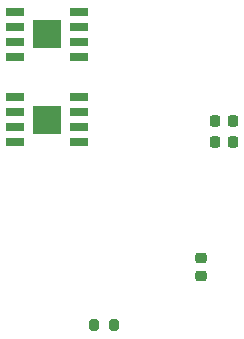
<source format=gbp>
%TF.GenerationSoftware,KiCad,Pcbnew,(6.0.4)*%
%TF.CreationDate,2022-12-06T01:10:28+09:00*%
%TF.ProjectId,prometheus-em,70726f6d-6574-4686-9575-732d656d2e6b,rev?*%
%TF.SameCoordinates,Original*%
%TF.FileFunction,Paste,Bot*%
%TF.FilePolarity,Positive*%
%FSLAX46Y46*%
G04 Gerber Fmt 4.6, Leading zero omitted, Abs format (unit mm)*
G04 Created by KiCad (PCBNEW (6.0.4)) date 2022-12-06 01:10:28*
%MOMM*%
%LPD*%
G01*
G04 APERTURE LIST*
G04 Aperture macros list*
%AMRoundRect*
0 Rectangle with rounded corners*
0 $1 Rounding radius*
0 $2 $3 $4 $5 $6 $7 $8 $9 X,Y pos of 4 corners*
0 Add a 4 corners polygon primitive as box body*
4,1,4,$2,$3,$4,$5,$6,$7,$8,$9,$2,$3,0*
0 Add four circle primitives for the rounded corners*
1,1,$1+$1,$2,$3*
1,1,$1+$1,$4,$5*
1,1,$1+$1,$6,$7*
1,1,$1+$1,$8,$9*
0 Add four rect primitives between the rounded corners*
20,1,$1+$1,$2,$3,$4,$5,0*
20,1,$1+$1,$4,$5,$6,$7,0*
20,1,$1+$1,$6,$7,$8,$9,0*
20,1,$1+$1,$8,$9,$2,$3,0*%
G04 Aperture macros list end*
%ADD10RoundRect,0.225000X-0.250000X0.225000X-0.250000X-0.225000X0.250000X-0.225000X0.250000X0.225000X0*%
%ADD11RoundRect,0.225000X0.225000X0.250000X-0.225000X0.250000X-0.225000X-0.250000X0.225000X-0.250000X0*%
%ADD12RoundRect,0.200000X-0.200000X-0.275000X0.200000X-0.275000X0.200000X0.275000X-0.200000X0.275000X0*%
%ADD13R,1.525000X0.650000*%
%ADD14R,2.390000X2.390000*%
G04 APERTURE END LIST*
D10*
%TO.C,C10*%
X58547000Y-60960000D03*
X58547000Y-62510000D03*
%TD*%
D11*
%TO.C,C6*%
X61227000Y-51181000D03*
X59677000Y-51181000D03*
%TD*%
D12*
%TO.C,R17*%
X49467000Y-66675000D03*
X51117000Y-66675000D03*
%TD*%
D13*
%TO.C,IC4*%
X48178000Y-47371000D03*
X48178000Y-48641000D03*
X48178000Y-49911000D03*
X48178000Y-51181000D03*
X42754000Y-51181000D03*
X42754000Y-49911000D03*
X42754000Y-48641000D03*
X42754000Y-47371000D03*
D14*
X45466000Y-49276000D03*
%TD*%
D11*
%TO.C,C5*%
X61227000Y-49403000D03*
X59677000Y-49403000D03*
%TD*%
D13*
%TO.C,IC5*%
X48178000Y-40132000D03*
X48178000Y-41402000D03*
X48178000Y-42672000D03*
X48178000Y-43942000D03*
X42754000Y-43942000D03*
X42754000Y-42672000D03*
X42754000Y-41402000D03*
X42754000Y-40132000D03*
D14*
X45466000Y-42037000D03*
%TD*%
M02*

</source>
